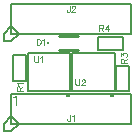
<source format=gto>
G04 DipTrace 2.4.0.2*
%INOpamp.GTO*%
%MOIN*%
%ADD10C,0.0098*%
%ADD12C,0.003*%
%ADD14C,0.005*%
%ADD16C,0.0094*%
%ADD20C,0.0157*%
%ADD34C,0.0046*%
%FSLAX44Y44*%
G04*
G70*
G90*
G75*
G01*
%LNTopSilk*%
%LPD*%
X1585Y2919D2*
D10*
X2215D1*
X1585Y2447D2*
X2215D1*
D16*
X1215Y2683D3*
X497Y1420D2*
D14*
X63D1*
Y2283D1*
X497D1*
Y1420D1*
X3933Y1070D2*
X3500D1*
Y1933D1*
X3933D1*
Y1070D1*
X2870Y2450D2*
X3733D1*
Y2883D1*
X2870D1*
Y2450D1*
X1965Y1094D2*
X548D1*
Y2354D1*
X1965D1*
Y1094D1*
D20*
X1886Y937D3*
X3445Y1094D2*
D14*
X2028D1*
Y2354D1*
X3445D1*
Y1094D1*
D20*
X3366Y937D3*
X4000Y0D2*
D14*
X0D1*
X4000Y1000D2*
Y0D1*
X0Y1000D2*
X4000D1*
X0Y0D2*
Y1000D1*
X-250Y0D2*
X0Y250D1*
X250Y0D1*
X0Y-250D1*
X-250D1*
Y0D1*
X4000Y3000D2*
X0D1*
X4000Y4000D2*
Y3000D1*
X0Y4000D2*
X4000D1*
X0Y3000D2*
Y4000D1*
X-250Y3000D2*
X0Y3250D1*
X250Y3000D1*
X0Y2750D1*
X-250D1*
Y3000D1*
X838Y2822D2*
D12*
Y2621D1*
X905D1*
X933Y2631D1*
X953Y2650D1*
X962Y2669D1*
X972Y2698D1*
Y2746D1*
X962Y2774D1*
X953Y2793D1*
X933Y2813D1*
X905Y2822D1*
X838D1*
X1033Y2784D2*
X1053Y2793D1*
X1081Y2822D1*
Y2621D1*
X276Y1100D2*
Y1186D1*
X267Y1214D1*
X257Y1224D1*
X238Y1234D1*
X219D1*
X200Y1224D1*
X190Y1214D1*
X181Y1186D1*
Y1100D1*
X382D1*
X276Y1167D2*
X382Y1234D1*
X219Y1295D2*
X209Y1315D1*
X181Y1343D1*
X382D1*
X3743Y2027D2*
Y2113D1*
X3733Y2141D1*
X3724Y2151D1*
X3705Y2161D1*
X3685D1*
X3666Y2151D1*
X3657Y2141D1*
X3647Y2113D1*
Y2027D1*
X3848D1*
X3743Y2094D2*
X3848Y2161D1*
X3647Y2242D2*
Y2347D1*
X3724Y2289D1*
Y2318D1*
X3733Y2337D1*
X3743Y2347D1*
X3772Y2356D1*
X3791D1*
X3819Y2347D1*
X3839Y2328D1*
X3848Y2299D1*
Y2270D1*
X3839Y2242D1*
X3829Y2232D1*
X3810Y2222D1*
X2922Y3190D2*
X3008D1*
X3037Y3200D1*
X3046Y3209D1*
X3056Y3228D1*
Y3248D1*
X3046Y3267D1*
X3037Y3276D1*
X3008Y3286D1*
X2922D1*
Y3085D1*
X2989Y3190D2*
X3056Y3085D1*
X3213D2*
Y3286D1*
X3118Y3152D1*
X3261D1*
X764Y2237D2*
Y2093D1*
X774Y2065D1*
X793Y2046D1*
X822Y2036D1*
X841D1*
X870Y2046D1*
X889Y2065D1*
X898Y2093D1*
Y2237D1*
X960Y2198D2*
X979Y2208D1*
X1008Y2237D1*
Y2036D1*
X2131Y1477D2*
Y1333D1*
X2141Y1305D1*
X2160Y1286D1*
X2189Y1276D1*
X2208D1*
X2237Y1286D1*
X2256Y1305D1*
X2265Y1333D1*
Y1477D1*
X2337Y1429D2*
Y1438D1*
X2346Y1458D1*
X2356Y1467D1*
X2375Y1477D1*
X2413D1*
X2432Y1467D1*
X2442Y1458D1*
X2452Y1438D1*
Y1419D1*
X2442Y1400D1*
X2423Y1372D1*
X2327Y1276D1*
X2461D1*
X1958Y273D2*
Y120D1*
X1948Y91D1*
X1939Y82D1*
X1920Y72D1*
X1901D1*
X1882Y82D1*
X1872Y91D1*
X1862Y120D1*
Y139D1*
X2020Y234D2*
X2039Y244D1*
X2068Y273D1*
Y72D1*
X1935Y3913D2*
Y3760D1*
X1925Y3731D1*
X1916Y3722D1*
X1897Y3712D1*
X1878D1*
X1859Y3722D1*
X1849Y3731D1*
X1839Y3760D1*
Y3779D1*
X2006Y3865D2*
Y3874D1*
X2016Y3894D1*
X2025Y3903D1*
X2045Y3913D1*
X2083D1*
X2102Y3903D1*
X2111Y3894D1*
X2121Y3874D1*
Y3855D1*
X2111Y3836D1*
X2092Y3808D1*
X1997Y3712D1*
X2131D1*
X66Y868D2*
D34*
X95Y882D1*
X138Y925D1*
Y624D1*
M02*

</source>
